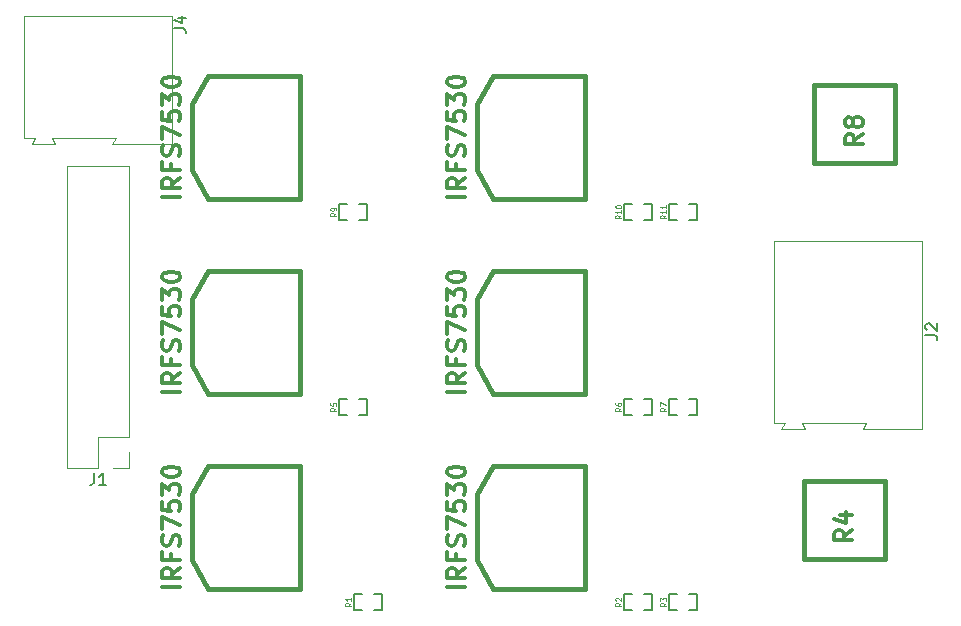
<source format=gbr>
G04 #@! TF.FileFunction,Legend,Top*
%FSLAX46Y46*%
G04 Gerber Fmt 4.6, Leading zero omitted, Abs format (unit mm)*
G04 Created by KiCad (PCBNEW 4.0.6) date 05/21/18 13:30:20*
%MOMM*%
%LPD*%
G01*
G04 APERTURE LIST*
%ADD10C,0.100000*%
%ADD11C,0.120000*%
%ADD12C,0.381000*%
%ADD13C,0.127000*%
%ADD14C,0.150000*%
%ADD15C,0.304800*%
%ADD16C,0.114300*%
G04 APERTURE END LIST*
D10*
D11*
X174050000Y-104080000D02*
X168850000Y-104080000D01*
X174050000Y-127000000D02*
X174050000Y-104080000D01*
X168850000Y-129600000D02*
X168850000Y-104080000D01*
X174050000Y-127000000D02*
X171450000Y-127000000D01*
X171450000Y-127000000D02*
X171450000Y-129600000D01*
X171450000Y-129600000D02*
X168850000Y-129600000D01*
X174050000Y-128270000D02*
X174050000Y-129600000D01*
X174050000Y-129600000D02*
X172720000Y-129600000D01*
X241250000Y-110380000D02*
X228650000Y-110380000D01*
X228650000Y-110380000D02*
X228650000Y-125780000D01*
X228650000Y-125780000D02*
X229600000Y-125780000D01*
X229600000Y-125780000D02*
X229300000Y-126280000D01*
X229300000Y-126280000D02*
X231300000Y-126280000D01*
X231300000Y-126280000D02*
X231050000Y-125780000D01*
X231050000Y-125780000D02*
X236450000Y-125780000D01*
X236450000Y-125780000D02*
X236200000Y-126280000D01*
X236200000Y-126280000D02*
X241250000Y-126280000D01*
X241250000Y-126280000D02*
X241250000Y-110380000D01*
D12*
X188528960Y-129420620D02*
X188528960Y-139819380D01*
X188528960Y-139819380D02*
X180731160Y-139819380D01*
X180731160Y-139819380D02*
X179430680Y-137419080D01*
X179430680Y-137419080D02*
X179430680Y-131820920D01*
X179430680Y-131820920D02*
X180731160Y-129420620D01*
X180731160Y-129420620D02*
X188528960Y-129420620D01*
X212658960Y-129420620D02*
X212658960Y-139819380D01*
X212658960Y-139819380D02*
X204861160Y-139819380D01*
X204861160Y-139819380D02*
X203560680Y-137419080D01*
X203560680Y-137419080D02*
X203560680Y-131820920D01*
X203560680Y-131820920D02*
X204861160Y-129420620D01*
X204861160Y-129420620D02*
X212658960Y-129420620D01*
X188528960Y-112910620D02*
X188528960Y-123309380D01*
X188528960Y-123309380D02*
X180731160Y-123309380D01*
X180731160Y-123309380D02*
X179430680Y-120909080D01*
X179430680Y-120909080D02*
X179430680Y-115310920D01*
X179430680Y-115310920D02*
X180731160Y-112910620D01*
X180731160Y-112910620D02*
X188528960Y-112910620D01*
X212658960Y-112910620D02*
X212658960Y-123309380D01*
X212658960Y-123309380D02*
X204861160Y-123309380D01*
X204861160Y-123309380D02*
X203560680Y-120909080D01*
X203560680Y-120909080D02*
X203560680Y-115310920D01*
X203560680Y-115310920D02*
X204861160Y-112910620D01*
X204861160Y-112910620D02*
X212658960Y-112910620D01*
X188528960Y-96400620D02*
X188528960Y-106799380D01*
X188528960Y-106799380D02*
X180731160Y-106799380D01*
X180731160Y-106799380D02*
X179430680Y-104399080D01*
X179430680Y-104399080D02*
X179430680Y-98800920D01*
X179430680Y-98800920D02*
X180731160Y-96400620D01*
X180731160Y-96400620D02*
X188528960Y-96400620D01*
X212658960Y-96400620D02*
X212658960Y-106799380D01*
X212658960Y-106799380D02*
X204861160Y-106799380D01*
X204861160Y-106799380D02*
X203560680Y-104399080D01*
X203560680Y-104399080D02*
X203560680Y-98800920D01*
X203560680Y-98800920D02*
X204861160Y-96400620D01*
X204861160Y-96400620D02*
X212658960Y-96400620D01*
D13*
X194810380Y-141668500D02*
X195516500Y-141668500D01*
X195516500Y-141668500D02*
X195516500Y-140271500D01*
X195516500Y-140271500D02*
X194810380Y-140271500D01*
X193103500Y-141668500D02*
X193809620Y-141668500D01*
X193103500Y-141668500D02*
X193103500Y-140271500D01*
X193103500Y-140271500D02*
X193809620Y-140271500D01*
X217670380Y-141668500D02*
X218376500Y-141668500D01*
X218376500Y-141668500D02*
X218376500Y-140271500D01*
X218376500Y-140271500D02*
X217670380Y-140271500D01*
X215963500Y-141668500D02*
X216669620Y-141668500D01*
X215963500Y-141668500D02*
X215963500Y-140271500D01*
X215963500Y-140271500D02*
X216669620Y-140271500D01*
X221480380Y-141668500D02*
X222186500Y-141668500D01*
X222186500Y-141668500D02*
X222186500Y-140271500D01*
X222186500Y-140271500D02*
X221480380Y-140271500D01*
X219773500Y-141668500D02*
X220479620Y-141668500D01*
X219773500Y-141668500D02*
X219773500Y-140271500D01*
X219773500Y-140271500D02*
X220479620Y-140271500D01*
D12*
X231203500Y-130683000D02*
X231203500Y-137287000D01*
X231203500Y-137287000D02*
X238061500Y-137287000D01*
X238061500Y-137287000D02*
X238061500Y-130683000D01*
X238061500Y-130683000D02*
X231203500Y-130683000D01*
D13*
X193540380Y-125158500D02*
X194246500Y-125158500D01*
X194246500Y-125158500D02*
X194246500Y-123761500D01*
X194246500Y-123761500D02*
X193540380Y-123761500D01*
X191833500Y-125158500D02*
X192539620Y-125158500D01*
X191833500Y-125158500D02*
X191833500Y-123761500D01*
X191833500Y-123761500D02*
X192539620Y-123761500D01*
X217670380Y-125158500D02*
X218376500Y-125158500D01*
X218376500Y-125158500D02*
X218376500Y-123761500D01*
X218376500Y-123761500D02*
X217670380Y-123761500D01*
X215963500Y-125158500D02*
X216669620Y-125158500D01*
X215963500Y-125158500D02*
X215963500Y-123761500D01*
X215963500Y-123761500D02*
X216669620Y-123761500D01*
X221480380Y-125158500D02*
X222186500Y-125158500D01*
X222186500Y-125158500D02*
X222186500Y-123761500D01*
X222186500Y-123761500D02*
X221480380Y-123761500D01*
X219773500Y-125158500D02*
X220479620Y-125158500D01*
X219773500Y-125158500D02*
X219773500Y-123761500D01*
X219773500Y-123761500D02*
X220479620Y-123761500D01*
D12*
X232092500Y-97155000D02*
X232092500Y-103759000D01*
X232092500Y-103759000D02*
X238950500Y-103759000D01*
X238950500Y-103759000D02*
X238950500Y-97155000D01*
X238950500Y-97155000D02*
X232092500Y-97155000D01*
D13*
X193540380Y-108648500D02*
X194246500Y-108648500D01*
X194246500Y-108648500D02*
X194246500Y-107251500D01*
X194246500Y-107251500D02*
X193540380Y-107251500D01*
X191833500Y-108648500D02*
X192539620Y-108648500D01*
X191833500Y-108648500D02*
X191833500Y-107251500D01*
X191833500Y-107251500D02*
X192539620Y-107251500D01*
X217670380Y-108648500D02*
X218376500Y-108648500D01*
X218376500Y-108648500D02*
X218376500Y-107251500D01*
X218376500Y-107251500D02*
X217670380Y-107251500D01*
X215963500Y-108648500D02*
X216669620Y-108648500D01*
X215963500Y-108648500D02*
X215963500Y-107251500D01*
X215963500Y-107251500D02*
X216669620Y-107251500D01*
X221480380Y-108648500D02*
X222186500Y-108648500D01*
X222186500Y-108648500D02*
X222186500Y-107251500D01*
X222186500Y-107251500D02*
X221480380Y-107251500D01*
X219773500Y-108648500D02*
X220479620Y-108648500D01*
X219773500Y-108648500D02*
X219773500Y-107251500D01*
X219773500Y-107251500D02*
X220479620Y-107251500D01*
D11*
X177750000Y-91330000D02*
X165150000Y-91330000D01*
X165150000Y-91330000D02*
X165150000Y-101680000D01*
X165150000Y-101680000D02*
X166100000Y-101680000D01*
X166100000Y-101680000D02*
X165850000Y-102180000D01*
X165850000Y-102180000D02*
X167750000Y-102180000D01*
X167750000Y-102180000D02*
X167800000Y-102180000D01*
X167800000Y-102180000D02*
X167550000Y-101680000D01*
X167550000Y-101680000D02*
X172950000Y-101680000D01*
X172950000Y-101680000D02*
X172650000Y-102180000D01*
X172650000Y-102180000D02*
X177750000Y-102180000D01*
X177750000Y-102180000D02*
X177750000Y-91330000D01*
D14*
X171116667Y-130052381D02*
X171116667Y-130766667D01*
X171069047Y-130909524D01*
X170973809Y-131004762D01*
X170830952Y-131052381D01*
X170735714Y-131052381D01*
X172116667Y-131052381D02*
X171545238Y-131052381D01*
X171830952Y-131052381D02*
X171830952Y-130052381D01*
X171735714Y-130195238D01*
X171640476Y-130290476D01*
X171545238Y-130338095D01*
X241502381Y-118363333D02*
X242216667Y-118363333D01*
X242359524Y-118410953D01*
X242454762Y-118506191D01*
X242502381Y-118649048D01*
X242502381Y-118744286D01*
X241597619Y-117934762D02*
X241550000Y-117887143D01*
X241502381Y-117791905D01*
X241502381Y-117553809D01*
X241550000Y-117458571D01*
X241597619Y-117410952D01*
X241692857Y-117363333D01*
X241788095Y-117363333D01*
X241930952Y-117410952D01*
X242502381Y-117982381D01*
X242502381Y-117363333D01*
D15*
X178418309Y-139663715D02*
X176894309Y-139663715D01*
X178418309Y-138067144D02*
X177692594Y-138575144D01*
X178418309Y-138938001D02*
X176894309Y-138938001D01*
X176894309Y-138357429D01*
X176966880Y-138212287D01*
X177039451Y-138139715D01*
X177184594Y-138067144D01*
X177402309Y-138067144D01*
X177547451Y-138139715D01*
X177620023Y-138212287D01*
X177692594Y-138357429D01*
X177692594Y-138938001D01*
X177620023Y-136906001D02*
X177620023Y-137414001D01*
X178418309Y-137414001D02*
X176894309Y-137414001D01*
X176894309Y-136688287D01*
X178345737Y-136180286D02*
X178418309Y-135962572D01*
X178418309Y-135599715D01*
X178345737Y-135454572D01*
X178273166Y-135382001D01*
X178128023Y-135309429D01*
X177982880Y-135309429D01*
X177837737Y-135382001D01*
X177765166Y-135454572D01*
X177692594Y-135599715D01*
X177620023Y-135890001D01*
X177547451Y-136035143D01*
X177474880Y-136107715D01*
X177329737Y-136180286D01*
X177184594Y-136180286D01*
X177039451Y-136107715D01*
X176966880Y-136035143D01*
X176894309Y-135890001D01*
X176894309Y-135527143D01*
X176966880Y-135309429D01*
X176894309Y-134801429D02*
X176894309Y-133785429D01*
X178418309Y-134438572D01*
X176894309Y-132479143D02*
X176894309Y-133204857D01*
X177620023Y-133277428D01*
X177547451Y-133204857D01*
X177474880Y-133059714D01*
X177474880Y-132696857D01*
X177547451Y-132551714D01*
X177620023Y-132479143D01*
X177765166Y-132406571D01*
X178128023Y-132406571D01*
X178273166Y-132479143D01*
X178345737Y-132551714D01*
X178418309Y-132696857D01*
X178418309Y-133059714D01*
X178345737Y-133204857D01*
X178273166Y-133277428D01*
X176894309Y-131898571D02*
X176894309Y-130955142D01*
X177474880Y-131463142D01*
X177474880Y-131245428D01*
X177547451Y-131100285D01*
X177620023Y-131027714D01*
X177765166Y-130955142D01*
X178128023Y-130955142D01*
X178273166Y-131027714D01*
X178345737Y-131100285D01*
X178418309Y-131245428D01*
X178418309Y-131680856D01*
X178345737Y-131825999D01*
X178273166Y-131898571D01*
X176894309Y-130011713D02*
X176894309Y-129866570D01*
X176966880Y-129721427D01*
X177039451Y-129648856D01*
X177184594Y-129576285D01*
X177474880Y-129503713D01*
X177837737Y-129503713D01*
X178128023Y-129576285D01*
X178273166Y-129648856D01*
X178345737Y-129721427D01*
X178418309Y-129866570D01*
X178418309Y-130011713D01*
X178345737Y-130156856D01*
X178273166Y-130229427D01*
X178128023Y-130301999D01*
X177837737Y-130374570D01*
X177474880Y-130374570D01*
X177184594Y-130301999D01*
X177039451Y-130229427D01*
X176966880Y-130156856D01*
X176894309Y-130011713D01*
X202548309Y-139663715D02*
X201024309Y-139663715D01*
X202548309Y-138067144D02*
X201822594Y-138575144D01*
X202548309Y-138938001D02*
X201024309Y-138938001D01*
X201024309Y-138357429D01*
X201096880Y-138212287D01*
X201169451Y-138139715D01*
X201314594Y-138067144D01*
X201532309Y-138067144D01*
X201677451Y-138139715D01*
X201750023Y-138212287D01*
X201822594Y-138357429D01*
X201822594Y-138938001D01*
X201750023Y-136906001D02*
X201750023Y-137414001D01*
X202548309Y-137414001D02*
X201024309Y-137414001D01*
X201024309Y-136688287D01*
X202475737Y-136180286D02*
X202548309Y-135962572D01*
X202548309Y-135599715D01*
X202475737Y-135454572D01*
X202403166Y-135382001D01*
X202258023Y-135309429D01*
X202112880Y-135309429D01*
X201967737Y-135382001D01*
X201895166Y-135454572D01*
X201822594Y-135599715D01*
X201750023Y-135890001D01*
X201677451Y-136035143D01*
X201604880Y-136107715D01*
X201459737Y-136180286D01*
X201314594Y-136180286D01*
X201169451Y-136107715D01*
X201096880Y-136035143D01*
X201024309Y-135890001D01*
X201024309Y-135527143D01*
X201096880Y-135309429D01*
X201024309Y-134801429D02*
X201024309Y-133785429D01*
X202548309Y-134438572D01*
X201024309Y-132479143D02*
X201024309Y-133204857D01*
X201750023Y-133277428D01*
X201677451Y-133204857D01*
X201604880Y-133059714D01*
X201604880Y-132696857D01*
X201677451Y-132551714D01*
X201750023Y-132479143D01*
X201895166Y-132406571D01*
X202258023Y-132406571D01*
X202403166Y-132479143D01*
X202475737Y-132551714D01*
X202548309Y-132696857D01*
X202548309Y-133059714D01*
X202475737Y-133204857D01*
X202403166Y-133277428D01*
X201024309Y-131898571D02*
X201024309Y-130955142D01*
X201604880Y-131463142D01*
X201604880Y-131245428D01*
X201677451Y-131100285D01*
X201750023Y-131027714D01*
X201895166Y-130955142D01*
X202258023Y-130955142D01*
X202403166Y-131027714D01*
X202475737Y-131100285D01*
X202548309Y-131245428D01*
X202548309Y-131680856D01*
X202475737Y-131825999D01*
X202403166Y-131898571D01*
X201024309Y-130011713D02*
X201024309Y-129866570D01*
X201096880Y-129721427D01*
X201169451Y-129648856D01*
X201314594Y-129576285D01*
X201604880Y-129503713D01*
X201967737Y-129503713D01*
X202258023Y-129576285D01*
X202403166Y-129648856D01*
X202475737Y-129721427D01*
X202548309Y-129866570D01*
X202548309Y-130011713D01*
X202475737Y-130156856D01*
X202403166Y-130229427D01*
X202258023Y-130301999D01*
X201967737Y-130374570D01*
X201604880Y-130374570D01*
X201314594Y-130301999D01*
X201169451Y-130229427D01*
X201096880Y-130156856D01*
X201024309Y-130011713D01*
X178418309Y-123153715D02*
X176894309Y-123153715D01*
X178418309Y-121557144D02*
X177692594Y-122065144D01*
X178418309Y-122428001D02*
X176894309Y-122428001D01*
X176894309Y-121847429D01*
X176966880Y-121702287D01*
X177039451Y-121629715D01*
X177184594Y-121557144D01*
X177402309Y-121557144D01*
X177547451Y-121629715D01*
X177620023Y-121702287D01*
X177692594Y-121847429D01*
X177692594Y-122428001D01*
X177620023Y-120396001D02*
X177620023Y-120904001D01*
X178418309Y-120904001D02*
X176894309Y-120904001D01*
X176894309Y-120178287D01*
X178345737Y-119670286D02*
X178418309Y-119452572D01*
X178418309Y-119089715D01*
X178345737Y-118944572D01*
X178273166Y-118872001D01*
X178128023Y-118799429D01*
X177982880Y-118799429D01*
X177837737Y-118872001D01*
X177765166Y-118944572D01*
X177692594Y-119089715D01*
X177620023Y-119380001D01*
X177547451Y-119525143D01*
X177474880Y-119597715D01*
X177329737Y-119670286D01*
X177184594Y-119670286D01*
X177039451Y-119597715D01*
X176966880Y-119525143D01*
X176894309Y-119380001D01*
X176894309Y-119017143D01*
X176966880Y-118799429D01*
X176894309Y-118291429D02*
X176894309Y-117275429D01*
X178418309Y-117928572D01*
X176894309Y-115969143D02*
X176894309Y-116694857D01*
X177620023Y-116767428D01*
X177547451Y-116694857D01*
X177474880Y-116549714D01*
X177474880Y-116186857D01*
X177547451Y-116041714D01*
X177620023Y-115969143D01*
X177765166Y-115896571D01*
X178128023Y-115896571D01*
X178273166Y-115969143D01*
X178345737Y-116041714D01*
X178418309Y-116186857D01*
X178418309Y-116549714D01*
X178345737Y-116694857D01*
X178273166Y-116767428D01*
X176894309Y-115388571D02*
X176894309Y-114445142D01*
X177474880Y-114953142D01*
X177474880Y-114735428D01*
X177547451Y-114590285D01*
X177620023Y-114517714D01*
X177765166Y-114445142D01*
X178128023Y-114445142D01*
X178273166Y-114517714D01*
X178345737Y-114590285D01*
X178418309Y-114735428D01*
X178418309Y-115170856D01*
X178345737Y-115315999D01*
X178273166Y-115388571D01*
X176894309Y-113501713D02*
X176894309Y-113356570D01*
X176966880Y-113211427D01*
X177039451Y-113138856D01*
X177184594Y-113066285D01*
X177474880Y-112993713D01*
X177837737Y-112993713D01*
X178128023Y-113066285D01*
X178273166Y-113138856D01*
X178345737Y-113211427D01*
X178418309Y-113356570D01*
X178418309Y-113501713D01*
X178345737Y-113646856D01*
X178273166Y-113719427D01*
X178128023Y-113791999D01*
X177837737Y-113864570D01*
X177474880Y-113864570D01*
X177184594Y-113791999D01*
X177039451Y-113719427D01*
X176966880Y-113646856D01*
X176894309Y-113501713D01*
X202548309Y-123153715D02*
X201024309Y-123153715D01*
X202548309Y-121557144D02*
X201822594Y-122065144D01*
X202548309Y-122428001D02*
X201024309Y-122428001D01*
X201024309Y-121847429D01*
X201096880Y-121702287D01*
X201169451Y-121629715D01*
X201314594Y-121557144D01*
X201532309Y-121557144D01*
X201677451Y-121629715D01*
X201750023Y-121702287D01*
X201822594Y-121847429D01*
X201822594Y-122428001D01*
X201750023Y-120396001D02*
X201750023Y-120904001D01*
X202548309Y-120904001D02*
X201024309Y-120904001D01*
X201024309Y-120178287D01*
X202475737Y-119670286D02*
X202548309Y-119452572D01*
X202548309Y-119089715D01*
X202475737Y-118944572D01*
X202403166Y-118872001D01*
X202258023Y-118799429D01*
X202112880Y-118799429D01*
X201967737Y-118872001D01*
X201895166Y-118944572D01*
X201822594Y-119089715D01*
X201750023Y-119380001D01*
X201677451Y-119525143D01*
X201604880Y-119597715D01*
X201459737Y-119670286D01*
X201314594Y-119670286D01*
X201169451Y-119597715D01*
X201096880Y-119525143D01*
X201024309Y-119380001D01*
X201024309Y-119017143D01*
X201096880Y-118799429D01*
X201024309Y-118291429D02*
X201024309Y-117275429D01*
X202548309Y-117928572D01*
X201024309Y-115969143D02*
X201024309Y-116694857D01*
X201750023Y-116767428D01*
X201677451Y-116694857D01*
X201604880Y-116549714D01*
X201604880Y-116186857D01*
X201677451Y-116041714D01*
X201750023Y-115969143D01*
X201895166Y-115896571D01*
X202258023Y-115896571D01*
X202403166Y-115969143D01*
X202475737Y-116041714D01*
X202548309Y-116186857D01*
X202548309Y-116549714D01*
X202475737Y-116694857D01*
X202403166Y-116767428D01*
X201024309Y-115388571D02*
X201024309Y-114445142D01*
X201604880Y-114953142D01*
X201604880Y-114735428D01*
X201677451Y-114590285D01*
X201750023Y-114517714D01*
X201895166Y-114445142D01*
X202258023Y-114445142D01*
X202403166Y-114517714D01*
X202475737Y-114590285D01*
X202548309Y-114735428D01*
X202548309Y-115170856D01*
X202475737Y-115315999D01*
X202403166Y-115388571D01*
X201024309Y-113501713D02*
X201024309Y-113356570D01*
X201096880Y-113211427D01*
X201169451Y-113138856D01*
X201314594Y-113066285D01*
X201604880Y-112993713D01*
X201967737Y-112993713D01*
X202258023Y-113066285D01*
X202403166Y-113138856D01*
X202475737Y-113211427D01*
X202548309Y-113356570D01*
X202548309Y-113501713D01*
X202475737Y-113646856D01*
X202403166Y-113719427D01*
X202258023Y-113791999D01*
X201967737Y-113864570D01*
X201604880Y-113864570D01*
X201314594Y-113791999D01*
X201169451Y-113719427D01*
X201096880Y-113646856D01*
X201024309Y-113501713D01*
X178418309Y-106643715D02*
X176894309Y-106643715D01*
X178418309Y-105047144D02*
X177692594Y-105555144D01*
X178418309Y-105918001D02*
X176894309Y-105918001D01*
X176894309Y-105337429D01*
X176966880Y-105192287D01*
X177039451Y-105119715D01*
X177184594Y-105047144D01*
X177402309Y-105047144D01*
X177547451Y-105119715D01*
X177620023Y-105192287D01*
X177692594Y-105337429D01*
X177692594Y-105918001D01*
X177620023Y-103886001D02*
X177620023Y-104394001D01*
X178418309Y-104394001D02*
X176894309Y-104394001D01*
X176894309Y-103668287D01*
X178345737Y-103160286D02*
X178418309Y-102942572D01*
X178418309Y-102579715D01*
X178345737Y-102434572D01*
X178273166Y-102362001D01*
X178128023Y-102289429D01*
X177982880Y-102289429D01*
X177837737Y-102362001D01*
X177765166Y-102434572D01*
X177692594Y-102579715D01*
X177620023Y-102870001D01*
X177547451Y-103015143D01*
X177474880Y-103087715D01*
X177329737Y-103160286D01*
X177184594Y-103160286D01*
X177039451Y-103087715D01*
X176966880Y-103015143D01*
X176894309Y-102870001D01*
X176894309Y-102507143D01*
X176966880Y-102289429D01*
X176894309Y-101781429D02*
X176894309Y-100765429D01*
X178418309Y-101418572D01*
X176894309Y-99459143D02*
X176894309Y-100184857D01*
X177620023Y-100257428D01*
X177547451Y-100184857D01*
X177474880Y-100039714D01*
X177474880Y-99676857D01*
X177547451Y-99531714D01*
X177620023Y-99459143D01*
X177765166Y-99386571D01*
X178128023Y-99386571D01*
X178273166Y-99459143D01*
X178345737Y-99531714D01*
X178418309Y-99676857D01*
X178418309Y-100039714D01*
X178345737Y-100184857D01*
X178273166Y-100257428D01*
X176894309Y-98878571D02*
X176894309Y-97935142D01*
X177474880Y-98443142D01*
X177474880Y-98225428D01*
X177547451Y-98080285D01*
X177620023Y-98007714D01*
X177765166Y-97935142D01*
X178128023Y-97935142D01*
X178273166Y-98007714D01*
X178345737Y-98080285D01*
X178418309Y-98225428D01*
X178418309Y-98660856D01*
X178345737Y-98805999D01*
X178273166Y-98878571D01*
X176894309Y-96991713D02*
X176894309Y-96846570D01*
X176966880Y-96701427D01*
X177039451Y-96628856D01*
X177184594Y-96556285D01*
X177474880Y-96483713D01*
X177837737Y-96483713D01*
X178128023Y-96556285D01*
X178273166Y-96628856D01*
X178345737Y-96701427D01*
X178418309Y-96846570D01*
X178418309Y-96991713D01*
X178345737Y-97136856D01*
X178273166Y-97209427D01*
X178128023Y-97281999D01*
X177837737Y-97354570D01*
X177474880Y-97354570D01*
X177184594Y-97281999D01*
X177039451Y-97209427D01*
X176966880Y-97136856D01*
X176894309Y-96991713D01*
X202548309Y-106643715D02*
X201024309Y-106643715D01*
X202548309Y-105047144D02*
X201822594Y-105555144D01*
X202548309Y-105918001D02*
X201024309Y-105918001D01*
X201024309Y-105337429D01*
X201096880Y-105192287D01*
X201169451Y-105119715D01*
X201314594Y-105047144D01*
X201532309Y-105047144D01*
X201677451Y-105119715D01*
X201750023Y-105192287D01*
X201822594Y-105337429D01*
X201822594Y-105918001D01*
X201750023Y-103886001D02*
X201750023Y-104394001D01*
X202548309Y-104394001D02*
X201024309Y-104394001D01*
X201024309Y-103668287D01*
X202475737Y-103160286D02*
X202548309Y-102942572D01*
X202548309Y-102579715D01*
X202475737Y-102434572D01*
X202403166Y-102362001D01*
X202258023Y-102289429D01*
X202112880Y-102289429D01*
X201967737Y-102362001D01*
X201895166Y-102434572D01*
X201822594Y-102579715D01*
X201750023Y-102870001D01*
X201677451Y-103015143D01*
X201604880Y-103087715D01*
X201459737Y-103160286D01*
X201314594Y-103160286D01*
X201169451Y-103087715D01*
X201096880Y-103015143D01*
X201024309Y-102870001D01*
X201024309Y-102507143D01*
X201096880Y-102289429D01*
X201024309Y-101781429D02*
X201024309Y-100765429D01*
X202548309Y-101418572D01*
X201024309Y-99459143D02*
X201024309Y-100184857D01*
X201750023Y-100257428D01*
X201677451Y-100184857D01*
X201604880Y-100039714D01*
X201604880Y-99676857D01*
X201677451Y-99531714D01*
X201750023Y-99459143D01*
X201895166Y-99386571D01*
X202258023Y-99386571D01*
X202403166Y-99459143D01*
X202475737Y-99531714D01*
X202548309Y-99676857D01*
X202548309Y-100039714D01*
X202475737Y-100184857D01*
X202403166Y-100257428D01*
X201024309Y-98878571D02*
X201024309Y-97935142D01*
X201604880Y-98443142D01*
X201604880Y-98225428D01*
X201677451Y-98080285D01*
X201750023Y-98007714D01*
X201895166Y-97935142D01*
X202258023Y-97935142D01*
X202403166Y-98007714D01*
X202475737Y-98080285D01*
X202548309Y-98225428D01*
X202548309Y-98660856D01*
X202475737Y-98805999D01*
X202403166Y-98878571D01*
X201024309Y-96991713D02*
X201024309Y-96846570D01*
X201096880Y-96701427D01*
X201169451Y-96628856D01*
X201314594Y-96556285D01*
X201604880Y-96483713D01*
X201967737Y-96483713D01*
X202258023Y-96556285D01*
X202403166Y-96628856D01*
X202475737Y-96701427D01*
X202548309Y-96846570D01*
X202548309Y-96991713D01*
X202475737Y-97136856D01*
X202403166Y-97209427D01*
X202258023Y-97281999D01*
X201967737Y-97354570D01*
X201604880Y-97354570D01*
X201314594Y-97281999D01*
X201169451Y-97209427D01*
X201096880Y-97136856D01*
X201024309Y-96991713D01*
D16*
X192901362Y-141022200D02*
X192663086Y-141174600D01*
X192901362Y-141283457D02*
X192400982Y-141283457D01*
X192400982Y-141109285D01*
X192424810Y-141065743D01*
X192448638Y-141043971D01*
X192496293Y-141022200D01*
X192567776Y-141022200D01*
X192615431Y-141043971D01*
X192639259Y-141065743D01*
X192663086Y-141109285D01*
X192663086Y-141283457D01*
X192901362Y-140586771D02*
X192901362Y-140848028D01*
X192901362Y-140717400D02*
X192400982Y-140717400D01*
X192472465Y-140760943D01*
X192520120Y-140804485D01*
X192543948Y-140848028D01*
X215761362Y-141022200D02*
X215523086Y-141174600D01*
X215761362Y-141283457D02*
X215260982Y-141283457D01*
X215260982Y-141109285D01*
X215284810Y-141065743D01*
X215308638Y-141043971D01*
X215356293Y-141022200D01*
X215427776Y-141022200D01*
X215475431Y-141043971D01*
X215499259Y-141065743D01*
X215523086Y-141109285D01*
X215523086Y-141283457D01*
X215308638Y-140848028D02*
X215284810Y-140826257D01*
X215260982Y-140782714D01*
X215260982Y-140673857D01*
X215284810Y-140630314D01*
X215308638Y-140608543D01*
X215356293Y-140586771D01*
X215403948Y-140586771D01*
X215475431Y-140608543D01*
X215761362Y-140869800D01*
X215761362Y-140586771D01*
X219571362Y-141022200D02*
X219333086Y-141174600D01*
X219571362Y-141283457D02*
X219070982Y-141283457D01*
X219070982Y-141109285D01*
X219094810Y-141065743D01*
X219118638Y-141043971D01*
X219166293Y-141022200D01*
X219237776Y-141022200D01*
X219285431Y-141043971D01*
X219309259Y-141065743D01*
X219333086Y-141109285D01*
X219333086Y-141283457D01*
X219070982Y-140869800D02*
X219070982Y-140586771D01*
X219261603Y-140739171D01*
X219261603Y-140673857D01*
X219285431Y-140630314D01*
X219309259Y-140608543D01*
X219356914Y-140586771D01*
X219476052Y-140586771D01*
X219523707Y-140608543D01*
X219547535Y-140630314D01*
X219571362Y-140673857D01*
X219571362Y-140804485D01*
X219547535Y-140848028D01*
X219523707Y-140869800D01*
D15*
X235321929Y-134874000D02*
X234596214Y-135382000D01*
X235321929Y-135744857D02*
X233797929Y-135744857D01*
X233797929Y-135164285D01*
X233870500Y-135019143D01*
X233943071Y-134946571D01*
X234088214Y-134874000D01*
X234305929Y-134874000D01*
X234451071Y-134946571D01*
X234523643Y-135019143D01*
X234596214Y-135164285D01*
X234596214Y-135744857D01*
X234305929Y-133567714D02*
X235321929Y-133567714D01*
X233725357Y-133930571D02*
X234813929Y-134293428D01*
X234813929Y-133350000D01*
D16*
X191631362Y-124512200D02*
X191393086Y-124664600D01*
X191631362Y-124773457D02*
X191130982Y-124773457D01*
X191130982Y-124599285D01*
X191154810Y-124555743D01*
X191178638Y-124533971D01*
X191226293Y-124512200D01*
X191297776Y-124512200D01*
X191345431Y-124533971D01*
X191369259Y-124555743D01*
X191393086Y-124599285D01*
X191393086Y-124773457D01*
X191130982Y-124098543D02*
X191130982Y-124316257D01*
X191369259Y-124338028D01*
X191345431Y-124316257D01*
X191321603Y-124272714D01*
X191321603Y-124163857D01*
X191345431Y-124120314D01*
X191369259Y-124098543D01*
X191416914Y-124076771D01*
X191536052Y-124076771D01*
X191583707Y-124098543D01*
X191607535Y-124120314D01*
X191631362Y-124163857D01*
X191631362Y-124272714D01*
X191607535Y-124316257D01*
X191583707Y-124338028D01*
X215761362Y-124512200D02*
X215523086Y-124664600D01*
X215761362Y-124773457D02*
X215260982Y-124773457D01*
X215260982Y-124599285D01*
X215284810Y-124555743D01*
X215308638Y-124533971D01*
X215356293Y-124512200D01*
X215427776Y-124512200D01*
X215475431Y-124533971D01*
X215499259Y-124555743D01*
X215523086Y-124599285D01*
X215523086Y-124773457D01*
X215260982Y-124120314D02*
X215260982Y-124207400D01*
X215284810Y-124250943D01*
X215308638Y-124272714D01*
X215380120Y-124316257D01*
X215475431Y-124338028D01*
X215666052Y-124338028D01*
X215713707Y-124316257D01*
X215737535Y-124294485D01*
X215761362Y-124250943D01*
X215761362Y-124163857D01*
X215737535Y-124120314D01*
X215713707Y-124098543D01*
X215666052Y-124076771D01*
X215546914Y-124076771D01*
X215499259Y-124098543D01*
X215475431Y-124120314D01*
X215451603Y-124163857D01*
X215451603Y-124250943D01*
X215475431Y-124294485D01*
X215499259Y-124316257D01*
X215546914Y-124338028D01*
X219571362Y-124512200D02*
X219333086Y-124664600D01*
X219571362Y-124773457D02*
X219070982Y-124773457D01*
X219070982Y-124599285D01*
X219094810Y-124555743D01*
X219118638Y-124533971D01*
X219166293Y-124512200D01*
X219237776Y-124512200D01*
X219285431Y-124533971D01*
X219309259Y-124555743D01*
X219333086Y-124599285D01*
X219333086Y-124773457D01*
X219070982Y-124359800D02*
X219070982Y-124055000D01*
X219571362Y-124250943D01*
D15*
X236210929Y-101346000D02*
X235485214Y-101854000D01*
X236210929Y-102216857D02*
X234686929Y-102216857D01*
X234686929Y-101636285D01*
X234759500Y-101491143D01*
X234832071Y-101418571D01*
X234977214Y-101346000D01*
X235194929Y-101346000D01*
X235340071Y-101418571D01*
X235412643Y-101491143D01*
X235485214Y-101636285D01*
X235485214Y-102216857D01*
X235340071Y-100475143D02*
X235267500Y-100620285D01*
X235194929Y-100692857D01*
X235049786Y-100765428D01*
X234977214Y-100765428D01*
X234832071Y-100692857D01*
X234759500Y-100620285D01*
X234686929Y-100475143D01*
X234686929Y-100184857D01*
X234759500Y-100039714D01*
X234832071Y-99967143D01*
X234977214Y-99894571D01*
X235049786Y-99894571D01*
X235194929Y-99967143D01*
X235267500Y-100039714D01*
X235340071Y-100184857D01*
X235340071Y-100475143D01*
X235412643Y-100620285D01*
X235485214Y-100692857D01*
X235630357Y-100765428D01*
X235920643Y-100765428D01*
X236065786Y-100692857D01*
X236138357Y-100620285D01*
X236210929Y-100475143D01*
X236210929Y-100184857D01*
X236138357Y-100039714D01*
X236065786Y-99967143D01*
X235920643Y-99894571D01*
X235630357Y-99894571D01*
X235485214Y-99967143D01*
X235412643Y-100039714D01*
X235340071Y-100184857D01*
D16*
X191631362Y-108002200D02*
X191393086Y-108154600D01*
X191631362Y-108263457D02*
X191130982Y-108263457D01*
X191130982Y-108089285D01*
X191154810Y-108045743D01*
X191178638Y-108023971D01*
X191226293Y-108002200D01*
X191297776Y-108002200D01*
X191345431Y-108023971D01*
X191369259Y-108045743D01*
X191393086Y-108089285D01*
X191393086Y-108263457D01*
X191631362Y-107784485D02*
X191631362Y-107697400D01*
X191607535Y-107653857D01*
X191583707Y-107632085D01*
X191512224Y-107588543D01*
X191416914Y-107566771D01*
X191226293Y-107566771D01*
X191178638Y-107588543D01*
X191154810Y-107610314D01*
X191130982Y-107653857D01*
X191130982Y-107740943D01*
X191154810Y-107784485D01*
X191178638Y-107806257D01*
X191226293Y-107828028D01*
X191345431Y-107828028D01*
X191393086Y-107806257D01*
X191416914Y-107784485D01*
X191440741Y-107740943D01*
X191440741Y-107653857D01*
X191416914Y-107610314D01*
X191393086Y-107588543D01*
X191345431Y-107566771D01*
X215761362Y-108219915D02*
X215523086Y-108372315D01*
X215761362Y-108481172D02*
X215260982Y-108481172D01*
X215260982Y-108307000D01*
X215284810Y-108263458D01*
X215308638Y-108241686D01*
X215356293Y-108219915D01*
X215427776Y-108219915D01*
X215475431Y-108241686D01*
X215499259Y-108263458D01*
X215523086Y-108307000D01*
X215523086Y-108481172D01*
X215761362Y-107784486D02*
X215761362Y-108045743D01*
X215761362Y-107915115D02*
X215260982Y-107915115D01*
X215332465Y-107958658D01*
X215380120Y-108002200D01*
X215403948Y-108045743D01*
X215260982Y-107501457D02*
X215260982Y-107457914D01*
X215284810Y-107414371D01*
X215308638Y-107392600D01*
X215356293Y-107370829D01*
X215451603Y-107349057D01*
X215570741Y-107349057D01*
X215666052Y-107370829D01*
X215713707Y-107392600D01*
X215737535Y-107414371D01*
X215761362Y-107457914D01*
X215761362Y-107501457D01*
X215737535Y-107545000D01*
X215713707Y-107566771D01*
X215666052Y-107588543D01*
X215570741Y-107610314D01*
X215451603Y-107610314D01*
X215356293Y-107588543D01*
X215308638Y-107566771D01*
X215284810Y-107545000D01*
X215260982Y-107501457D01*
X219571362Y-108219915D02*
X219333086Y-108372315D01*
X219571362Y-108481172D02*
X219070982Y-108481172D01*
X219070982Y-108307000D01*
X219094810Y-108263458D01*
X219118638Y-108241686D01*
X219166293Y-108219915D01*
X219237776Y-108219915D01*
X219285431Y-108241686D01*
X219309259Y-108263458D01*
X219333086Y-108307000D01*
X219333086Y-108481172D01*
X219571362Y-107784486D02*
X219571362Y-108045743D01*
X219571362Y-107915115D02*
X219070982Y-107915115D01*
X219142465Y-107958658D01*
X219190120Y-108002200D01*
X219213948Y-108045743D01*
X219571362Y-107349057D02*
X219571362Y-107610314D01*
X219571362Y-107479686D02*
X219070982Y-107479686D01*
X219142465Y-107523229D01*
X219190120Y-107566771D01*
X219213948Y-107610314D01*
D14*
X177892381Y-92393333D02*
X178606667Y-92393333D01*
X178749524Y-92440953D01*
X178844762Y-92536191D01*
X178892381Y-92679048D01*
X178892381Y-92774286D01*
X178225714Y-91488571D02*
X178892381Y-91488571D01*
X177844762Y-91726667D02*
X178559048Y-91964762D01*
X178559048Y-91345714D01*
M02*

</source>
